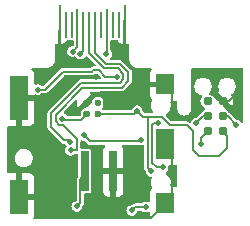
<source format=gtl>
G04 #@! TF.GenerationSoftware,KiCad,Pcbnew,8.0.1-8.0.1-0~ubuntu20.04.1*
G04 #@! TF.CreationDate,2024-06-12T16:16:25+01:00*
G04 #@! TF.ProjectId,smolpad,736d6f6c-7061-4642-9e6b-696361645f70,rev?*
G04 #@! TF.SameCoordinates,Original*
G04 #@! TF.FileFunction,Copper,L1,Top*
G04 #@! TF.FilePolarity,Positive*
%FSLAX46Y46*%
G04 Gerber Fmt 4.6, Leading zero omitted, Abs format (unit mm)*
G04 Created by KiCad (PCBNEW 8.0.1-8.0.1-0~ubuntu20.04.1) date 2024-06-12 16:16:25*
%MOMM*%
%LPD*%
G01*
G04 APERTURE LIST*
G04 #@! TA.AperFunction,SMDPad,CuDef*
%ADD10R,0.250000X2.800000*%
G04 #@! TD*
G04 #@! TA.AperFunction,SMDPad,CuDef*
%ADD11R,0.250000X2.250000*%
G04 #@! TD*
G04 #@! TA.AperFunction,SMDPad,CuDef*
%ADD12R,0.250000X2.450000*%
G04 #@! TD*
G04 #@! TA.AperFunction,SMDPad,CuDef*
%ADD13R,0.700000X3.400000*%
G04 #@! TD*
G04 #@! TA.AperFunction,SMDPad,CuDef*
%ADD14R,1.600000X3.800000*%
G04 #@! TD*
G04 #@! TA.AperFunction,SMDPad,CuDef*
%ADD15R,1.600000X3.000000*%
G04 #@! TD*
G04 #@! TA.AperFunction,SMDPad,CuDef*
%ADD16R,1.600000X1.800000*%
G04 #@! TD*
G04 #@! TA.AperFunction,SMDPad,CuDef*
%ADD17R,1.600000X2.600000*%
G04 #@! TD*
G04 #@! TA.AperFunction,ConnectorPad*
%ADD18C,0.787400*%
G04 #@! TD*
G04 #@! TA.AperFunction,ViaPad*
%ADD19C,0.500000*%
G04 #@! TD*
G04 #@! TA.AperFunction,ViaPad*
%ADD20C,0.600000*%
G04 #@! TD*
G04 #@! TA.AperFunction,Conductor*
%ADD21C,0.200000*%
G04 #@! TD*
G04 APERTURE END LIST*
G04 #@! TA.AperFunction,SMDPad,CuDef*
G36*
G01*
X39250000Y-37612500D02*
X39250000Y-37337500D01*
G75*
G02*
X39387500Y-37200000I137500J0D01*
G01*
X39662500Y-37200000D01*
G75*
G02*
X39800000Y-37337500I0J-137500D01*
G01*
X39800000Y-37612500D01*
G75*
G02*
X39662500Y-37750000I-137500J0D01*
G01*
X39387500Y-37750000D01*
G75*
G02*
X39250000Y-37612500I0J137500D01*
G01*
G37*
G04 #@! TD.AperFunction*
G04 #@! TA.AperFunction,SMDPad,CuDef*
G36*
G01*
X40200000Y-37612500D02*
X40200000Y-37337500D01*
G75*
G02*
X40337500Y-37200000I137500J0D01*
G01*
X40612500Y-37200000D01*
G75*
G02*
X40750000Y-37337500I0J-137500D01*
G01*
X40750000Y-37612500D01*
G75*
G02*
X40612500Y-37750000I-137500J0D01*
G01*
X40337500Y-37750000D01*
G75*
G02*
X40200000Y-37612500I0J137500D01*
G01*
G37*
G04 #@! TD.AperFunction*
G04 #@! TA.AperFunction,SMDPad,CuDef*
G36*
G01*
X40200000Y-36662500D02*
X40200000Y-36387500D01*
G75*
G02*
X40337500Y-36250000I137500J0D01*
G01*
X40612500Y-36250000D01*
G75*
G02*
X40750000Y-36387500I0J-137500D01*
G01*
X40750000Y-36662500D01*
G75*
G02*
X40612500Y-36800000I-137500J0D01*
G01*
X40337500Y-36800000D01*
G75*
G02*
X40200000Y-36662500I0J137500D01*
G01*
G37*
G04 #@! TD.AperFunction*
G04 #@! TA.AperFunction,SMDPad,CuDef*
G36*
G01*
X39250000Y-36662500D02*
X39250000Y-36387500D01*
G75*
G02*
X39387500Y-36250000I137500J0D01*
G01*
X39662500Y-36250000D01*
G75*
G02*
X39800000Y-36387500I0J-137500D01*
G01*
X39800000Y-36662500D01*
G75*
G02*
X39662500Y-36800000I-137500J0D01*
G01*
X39387500Y-36800000D01*
G75*
G02*
X39250000Y-36662500I0J137500D01*
G01*
G37*
G04 #@! TD.AperFunction*
D10*
X37250000Y-29625000D03*
D11*
X37750000Y-29900000D03*
X38250000Y-29900000D03*
D12*
X38750000Y-29800000D03*
D11*
X39250000Y-29900000D03*
X39750000Y-29900000D03*
X40250000Y-29900000D03*
X40750000Y-29900000D03*
D12*
X41250000Y-29800000D03*
D11*
X41750000Y-29900000D03*
X42250000Y-29900000D03*
D10*
X42750000Y-29625000D03*
D13*
X39350000Y-42300000D03*
X41800000Y-42300000D03*
D14*
X33800000Y-36100000D03*
D15*
X33800000Y-44500000D03*
D16*
X46200000Y-34975000D03*
D17*
X46200000Y-40000000D03*
D16*
X46200000Y-45025000D03*
D18*
X51035000Y-38940000D03*
X49765000Y-38940000D03*
X51035000Y-37670000D03*
X49765000Y-37670000D03*
X51035000Y-36400000D03*
X49765000Y-36400000D03*
D19*
X41800000Y-36400000D03*
X40323397Y-34300000D03*
X38400000Y-37400000D03*
X35900000Y-36300000D03*
D20*
X35300000Y-46100000D03*
D19*
X36100000Y-34300000D03*
X44400000Y-35200000D03*
X42869787Y-46150000D03*
X44540990Y-45350000D03*
X43351719Y-45643462D03*
X45000000Y-42325000D03*
X43800000Y-37200000D03*
X48800000Y-38252538D03*
X49200000Y-40000000D03*
X52200000Y-38400000D03*
X39307193Y-39292807D03*
X44150000Y-39650000D03*
X41200000Y-32400000D03*
X38333452Y-32186186D03*
X38165092Y-40537780D03*
X38150000Y-39838909D03*
X39000000Y-32400000D03*
X45600000Y-38249998D03*
X46000000Y-42000000D03*
X42100000Y-34300000D03*
X35400000Y-35400000D03*
X37450000Y-37860000D03*
X38700000Y-45300000D03*
D21*
X52261300Y-35730475D02*
X52261300Y-34661300D01*
X51591775Y-36400000D02*
X52261300Y-35730475D01*
X52261300Y-34661300D02*
X51800000Y-34200000D01*
X46200000Y-40000000D02*
X46750000Y-40550000D01*
X45031538Y-46193462D02*
X42493462Y-46193462D01*
X51035000Y-36400000D02*
X51591775Y-36400000D01*
X46750000Y-44475000D02*
X46200000Y-45025000D01*
X48103386Y-37702538D02*
X47402538Y-37702538D01*
X51800000Y-34200000D02*
X48600000Y-34200000D01*
X46750000Y-35525000D02*
X46200000Y-34975000D01*
X42493462Y-46193462D02*
X42000000Y-45700000D01*
X48509703Y-37296221D02*
X48103386Y-37702538D01*
X47402538Y-37702538D02*
X46750000Y-37050000D01*
X46750000Y-37050000D02*
X46750000Y-35525000D01*
X48600000Y-34200000D02*
X48509703Y-34290297D01*
X46200000Y-45025000D02*
X45031538Y-46193462D01*
X46750000Y-40550000D02*
X46750000Y-44475000D01*
X48509703Y-34290297D02*
X48509703Y-37296221D01*
X43525000Y-37475000D02*
X43800000Y-37200000D01*
X51035000Y-38940000D02*
X51428699Y-39333699D01*
X44299998Y-37699998D02*
X43800000Y-37200000D01*
X43351719Y-45643462D02*
X43645181Y-45350000D01*
X44700000Y-37774998D02*
X44700000Y-42025000D01*
X40475000Y-37475000D02*
X43525000Y-37475000D01*
X44700000Y-42025000D02*
X45000000Y-42325000D01*
X49055300Y-41055300D02*
X48500000Y-40500000D01*
X48500000Y-38900000D02*
X48000000Y-38400000D01*
X45899998Y-37699998D02*
X44775000Y-37699998D01*
X48500000Y-40500000D02*
X48500000Y-38900000D01*
X51428699Y-40376736D02*
X50750135Y-41055300D01*
X43645181Y-45350000D02*
X44540990Y-45350000D01*
X44775000Y-37699998D02*
X44299998Y-37699998D01*
X46600000Y-38400000D02*
X45899998Y-37699998D01*
X51428699Y-39333699D02*
X51428699Y-40376736D01*
X44775000Y-37699998D02*
X44700000Y-37774998D01*
X48000000Y-38400000D02*
X46600000Y-38400000D01*
X50750135Y-41055300D02*
X49055300Y-41055300D01*
X49765000Y-37670000D02*
X49382538Y-37670000D01*
X49382538Y-37670000D02*
X48800000Y-38252538D01*
X49200000Y-39505000D02*
X49765000Y-38940000D01*
X49200000Y-40000000D02*
X49200000Y-39505000D01*
X39307193Y-39292807D02*
X39814386Y-39800000D01*
X51470000Y-37670000D02*
X52200000Y-38400000D01*
X39814386Y-39800000D02*
X44000000Y-39800000D01*
X44000000Y-39800000D02*
X44150000Y-39650000D01*
X51035000Y-37670000D02*
X51470000Y-37670000D01*
X41250000Y-32350000D02*
X41250000Y-29800000D01*
X38750000Y-31769638D02*
X38333452Y-32186186D01*
X41200000Y-32400000D02*
X41250000Y-32350000D01*
X38750000Y-29800000D02*
X38750000Y-31769638D01*
X41165686Y-33200000D02*
X40250000Y-32284314D01*
X36900000Y-37565686D02*
X39165686Y-35300000D01*
X38700000Y-39600000D02*
X37510000Y-38410000D01*
X39165686Y-35300000D02*
X40500000Y-35300000D01*
X38165092Y-40537780D02*
X38659687Y-40537780D01*
X36900000Y-38087818D02*
X36900000Y-37565686D01*
X40550000Y-35250000D02*
X42493503Y-35250000D01*
X38659687Y-40537780D02*
X38700000Y-40497467D01*
X38700000Y-40497467D02*
X38700000Y-39600000D01*
X40250000Y-32284314D02*
X40250000Y-29900000D01*
X42343504Y-33200000D02*
X41165686Y-33200000D01*
X43050000Y-34693504D02*
X43050000Y-33906497D01*
X37222182Y-38410000D02*
X36900000Y-38087818D01*
X37510000Y-38410000D02*
X37222182Y-38410000D01*
X40500000Y-35300000D02*
X40550000Y-35250000D01*
X43050000Y-33906497D02*
X42343504Y-33200000D01*
X42493503Y-35250000D02*
X43050000Y-34693504D01*
X39050000Y-34850000D02*
X42327818Y-34850000D01*
X42177818Y-33600000D02*
X41000000Y-33600000D01*
X41000000Y-33600000D02*
X39750000Y-32350000D01*
X36500000Y-38565686D02*
X36500000Y-37400000D01*
X39750000Y-32350000D02*
X39750000Y-29900000D01*
X42650000Y-34527818D02*
X42650000Y-34072182D01*
X37650000Y-39715686D02*
X36500000Y-38565686D01*
X38026777Y-39715686D02*
X37650000Y-39715686D01*
X38150000Y-39838909D02*
X38026777Y-39715686D01*
X42327818Y-34850000D02*
X42650000Y-34527818D01*
X36500000Y-37400000D02*
X39050000Y-34850000D01*
X42650000Y-34072182D02*
X42177818Y-33600000D01*
X39250000Y-29900000D02*
X39250000Y-32150000D01*
X39250000Y-32150000D02*
X39000000Y-32400000D01*
X45100000Y-38400000D02*
X45100000Y-41600000D01*
X45100000Y-41600000D02*
X45500000Y-42000000D01*
X45600000Y-38249998D02*
X45250002Y-38249998D01*
X45250002Y-38249998D02*
X45100000Y-38400000D01*
X45500000Y-42000000D02*
X46000000Y-42000000D01*
X39945579Y-33900000D02*
X37500000Y-33900000D01*
X42100000Y-34300000D02*
X41100000Y-34300000D01*
X41100000Y-34300000D02*
X40550000Y-33750000D01*
X40550000Y-33750000D02*
X40095579Y-33750000D01*
X37500000Y-33900000D02*
X36000000Y-35400000D01*
X36000000Y-35400000D02*
X35400000Y-35400000D01*
X40095579Y-33750000D02*
X39945579Y-33900000D01*
X39050000Y-37950000D02*
X39525000Y-37475000D01*
X37450000Y-37860000D02*
X37540000Y-37950000D01*
X37540000Y-37950000D02*
X39050000Y-37950000D01*
X39000000Y-43000000D02*
X39350000Y-42650000D01*
X39350000Y-42650000D02*
X39350000Y-42300000D01*
X38700000Y-45300000D02*
X39000000Y-45000000D01*
X39000000Y-45000000D02*
X39000000Y-43000000D01*
G04 #@! TA.AperFunction,Conductor*
G36*
X40442712Y-34069407D02*
G01*
X40454525Y-34079496D01*
X40755525Y-34380496D01*
X40783302Y-34435013D01*
X40773731Y-34495445D01*
X40730466Y-34538710D01*
X40685521Y-34549500D01*
X39089562Y-34549500D01*
X39010438Y-34549500D01*
X38963661Y-34562033D01*
X38934007Y-34569979D01*
X38865493Y-34609536D01*
X36315489Y-37159540D01*
X36315488Y-37159539D01*
X36259539Y-37215489D01*
X36219980Y-37284007D01*
X36219978Y-37284011D01*
X36199500Y-37360435D01*
X36199500Y-38605250D01*
X36219977Y-38681671D01*
X36219978Y-38681673D01*
X36219979Y-38681675D01*
X36255943Y-38743967D01*
X36259540Y-38750197D01*
X37465489Y-39956146D01*
X37465491Y-39956147D01*
X37465492Y-39956148D01*
X37465493Y-39956149D01*
X37534008Y-39995706D01*
X37534006Y-39995706D01*
X37534010Y-39995707D01*
X37534012Y-39995708D01*
X37610438Y-40016186D01*
X37672081Y-40016186D01*
X37730272Y-40035093D01*
X37762134Y-40074059D01*
X37767118Y-40084972D01*
X37808060Y-40132223D01*
X37831877Y-40188582D01*
X37818018Y-40248177D01*
X37808060Y-40261883D01*
X37782210Y-40291716D01*
X37728394Y-40409554D01*
X37709959Y-40537777D01*
X37709959Y-40537782D01*
X37728394Y-40666005D01*
X37767249Y-40751083D01*
X37782210Y-40783843D01*
X37831609Y-40840853D01*
X37867044Y-40881748D01*
X37953454Y-40937280D01*
X37976023Y-40951784D01*
X38100320Y-40988280D01*
X38100322Y-40988280D01*
X38229862Y-40988280D01*
X38229864Y-40988280D01*
X38354161Y-40951784D01*
X38463141Y-40881747D01*
X38471197Y-40872450D01*
X38523592Y-40840853D01*
X38546017Y-40838280D01*
X38700500Y-40838280D01*
X38758691Y-40857187D01*
X38794655Y-40906687D01*
X38799500Y-40937280D01*
X38799500Y-42734521D01*
X38780593Y-42792712D01*
X38770506Y-42804522D01*
X38759540Y-42815488D01*
X38719980Y-42884007D01*
X38719978Y-42884011D01*
X38699500Y-42960435D01*
X38699500Y-44756517D01*
X38680593Y-44814708D01*
X38631093Y-44850672D01*
X38628391Y-44851507D01*
X38510933Y-44885995D01*
X38510926Y-44885998D01*
X38401952Y-44956031D01*
X38317117Y-45053938D01*
X38263302Y-45171774D01*
X38244867Y-45299997D01*
X38244867Y-45300002D01*
X38263302Y-45428225D01*
X38317117Y-45546061D01*
X38317118Y-45546063D01*
X38401515Y-45643464D01*
X38401952Y-45643968D01*
X38510926Y-45714001D01*
X38510931Y-45714004D01*
X38635228Y-45750500D01*
X38635230Y-45750500D01*
X38764770Y-45750500D01*
X38764772Y-45750500D01*
X38889069Y-45714004D01*
X38998049Y-45643967D01*
X39082882Y-45546063D01*
X39136697Y-45428226D01*
X39155133Y-45300000D01*
X39155133Y-45299997D01*
X39155508Y-45297388D01*
X39182503Y-45242480D01*
X39183401Y-45241568D01*
X39240460Y-45184511D01*
X39251442Y-45165489D01*
X39280021Y-45115989D01*
X39300500Y-45039562D01*
X39300500Y-44299500D01*
X39319407Y-44241309D01*
X39368907Y-44205345D01*
X39399500Y-44200500D01*
X39719747Y-44200500D01*
X39719748Y-44200500D01*
X39778231Y-44188867D01*
X39844552Y-44144552D01*
X39888867Y-44078231D01*
X39894915Y-44047824D01*
X40949999Y-44047824D01*
X40956401Y-44107370D01*
X40956403Y-44107381D01*
X41006646Y-44242088D01*
X41006647Y-44242090D01*
X41092807Y-44357184D01*
X41092815Y-44357192D01*
X41207909Y-44443352D01*
X41207911Y-44443353D01*
X41342618Y-44493596D01*
X41342629Y-44493598D01*
X41402176Y-44500000D01*
X41549999Y-44500000D01*
X41550000Y-44499999D01*
X42050000Y-44499999D01*
X42050001Y-44500000D01*
X42197824Y-44500000D01*
X42257370Y-44493598D01*
X42257381Y-44493596D01*
X42392088Y-44443353D01*
X42392090Y-44443352D01*
X42507184Y-44357192D01*
X42507192Y-44357184D01*
X42593352Y-44242090D01*
X42593353Y-44242088D01*
X42643596Y-44107381D01*
X42643598Y-44107370D01*
X42650000Y-44047824D01*
X42650000Y-42550001D01*
X42649999Y-42550000D01*
X42050001Y-42550000D01*
X42050000Y-42550001D01*
X42050000Y-44499999D01*
X41550000Y-44499999D01*
X41550000Y-42550001D01*
X41549999Y-42550000D01*
X40950001Y-42550000D01*
X40950000Y-42550001D01*
X40950000Y-44047824D01*
X40949999Y-44047824D01*
X39894915Y-44047824D01*
X39900500Y-44019748D01*
X39900500Y-40580252D01*
X39888867Y-40521769D01*
X39844552Y-40455448D01*
X39837147Y-40450500D01*
X39778233Y-40411134D01*
X39778231Y-40411133D01*
X39778228Y-40411132D01*
X39778227Y-40411132D01*
X39719758Y-40399501D01*
X39719748Y-40399500D01*
X39719747Y-40399500D01*
X39099500Y-40399500D01*
X39041309Y-40380593D01*
X39005345Y-40331093D01*
X39000500Y-40300500D01*
X39000500Y-39804521D01*
X39019407Y-39746330D01*
X39068907Y-39710366D01*
X39127387Y-39709531D01*
X39242421Y-39743307D01*
X39291714Y-39743307D01*
X39349905Y-39762214D01*
X39361718Y-39772303D01*
X39573926Y-39984511D01*
X39573925Y-39984511D01*
X39629875Y-40040460D01*
X39698393Y-40080019D01*
X39698397Y-40080021D01*
X39774821Y-40100499D01*
X39774823Y-40100500D01*
X41001567Y-40100500D01*
X41059758Y-40119407D01*
X41095722Y-40168907D01*
X41095722Y-40230093D01*
X41080820Y-40258830D01*
X41006645Y-40357912D01*
X40956403Y-40492618D01*
X40956401Y-40492629D01*
X40950000Y-40552175D01*
X40950000Y-42049999D01*
X40950001Y-42050000D01*
X42649999Y-42050000D01*
X42650000Y-42049999D01*
X42650000Y-40552175D01*
X42643598Y-40492629D01*
X42643596Y-40492618D01*
X42593354Y-40357912D01*
X42519180Y-40258830D01*
X42499443Y-40200915D01*
X42517517Y-40142460D01*
X42566498Y-40105792D01*
X42598433Y-40100500D01*
X44039564Y-40100500D01*
X44045998Y-40099653D01*
X44046230Y-40101415D01*
X44077887Y-40101792D01*
X44078218Y-40099492D01*
X44085226Y-40100499D01*
X44085228Y-40100500D01*
X44085230Y-40100500D01*
X44214770Y-40100500D01*
X44214772Y-40100500D01*
X44272611Y-40083517D01*
X44333768Y-40085264D01*
X44382221Y-40122626D01*
X44399500Y-40178507D01*
X44399500Y-42064564D01*
X44419977Y-42140985D01*
X44419977Y-42140986D01*
X44419979Y-42140989D01*
X44452186Y-42196774D01*
X44459540Y-42209511D01*
X44459541Y-42209512D01*
X44516503Y-42266474D01*
X44544280Y-42320991D01*
X44544491Y-42322389D01*
X44563302Y-42453225D01*
X44587540Y-42506297D01*
X44617118Y-42571063D01*
X44641652Y-42599377D01*
X44701952Y-42668968D01*
X44777996Y-42717838D01*
X44810931Y-42739004D01*
X44935228Y-42775500D01*
X44935232Y-42775500D01*
X44942235Y-42776507D01*
X44941914Y-42778738D01*
X44990139Y-42794407D01*
X45026103Y-42843907D01*
X45026103Y-42905093D01*
X45023412Y-42912386D01*
X44982185Y-43011914D01*
X44982183Y-43011920D01*
X44949500Y-43176230D01*
X44949500Y-43343769D01*
X44982183Y-43508079D01*
X44982185Y-43508085D01*
X45046297Y-43662864D01*
X45047875Y-43665816D01*
X45048143Y-43667321D01*
X45048158Y-43667356D01*
X45048150Y-43667359D01*
X45058629Y-43726049D01*
X45039816Y-43771810D01*
X44956647Y-43882909D01*
X44956646Y-43882911D01*
X44906403Y-44017618D01*
X44906401Y-44017629D01*
X44900000Y-44077175D01*
X44900000Y-44863905D01*
X44881093Y-44922096D01*
X44831593Y-44958060D01*
X44770407Y-44958060D01*
X44747478Y-44947190D01*
X44730062Y-44935997D01*
X44730056Y-44935995D01*
X44605764Y-44899500D01*
X44605762Y-44899500D01*
X44476218Y-44899500D01*
X44476215Y-44899500D01*
X44351923Y-44935995D01*
X44351916Y-44935998D01*
X44242941Y-45006032D01*
X44242940Y-45006033D01*
X44234885Y-45015330D01*
X44182490Y-45046927D01*
X44160065Y-45049500D01*
X43605616Y-45049500D01*
X43529193Y-45069978D01*
X43470375Y-45103937D01*
X43470374Y-45103937D01*
X43460672Y-45109538D01*
X43460670Y-45109539D01*
X43406243Y-45163966D01*
X43351726Y-45191743D01*
X43336240Y-45192962D01*
X43286944Y-45192962D01*
X43162652Y-45229457D01*
X43162645Y-45229460D01*
X43053671Y-45299493D01*
X42968836Y-45397400D01*
X42915021Y-45515236D01*
X42896586Y-45643459D01*
X42896586Y-45643464D01*
X42915021Y-45771687D01*
X42967927Y-45887532D01*
X42968837Y-45889525D01*
X43041015Y-45972824D01*
X43053671Y-45987430D01*
X43162645Y-46057463D01*
X43162650Y-46057466D01*
X43286947Y-46093962D01*
X43286949Y-46093962D01*
X43416489Y-46093962D01*
X43416491Y-46093962D01*
X43540788Y-46057466D01*
X43649768Y-45987429D01*
X43734601Y-45889525D01*
X43788416Y-45771688D01*
X43793631Y-45735410D01*
X43820627Y-45680504D01*
X43874741Y-45651950D01*
X43891624Y-45650500D01*
X44160065Y-45650500D01*
X44218256Y-45669407D01*
X44234885Y-45684670D01*
X44242940Y-45693966D01*
X44242941Y-45693967D01*
X44330906Y-45750499D01*
X44351921Y-45764004D01*
X44476218Y-45800500D01*
X44476220Y-45800500D01*
X44605760Y-45800500D01*
X44605762Y-45800500D01*
X44730059Y-45764004D01*
X44747476Y-45752810D01*
X44806650Y-45737255D01*
X44863667Y-45759453D01*
X44896747Y-45810925D01*
X44900000Y-45836094D01*
X44900000Y-45972824D01*
X44899999Y-45972824D01*
X44906401Y-46032370D01*
X44906403Y-46032381D01*
X44956646Y-46167088D01*
X44956647Y-46167090D01*
X45012104Y-46241171D01*
X45031841Y-46299086D01*
X45013767Y-46357541D01*
X44964786Y-46394208D01*
X44932851Y-46399500D01*
X35123294Y-46399500D01*
X35065103Y-46380593D01*
X35029139Y-46331093D01*
X35029139Y-46269907D01*
X35040256Y-46248468D01*
X35039959Y-46248306D01*
X35043353Y-46242088D01*
X35093596Y-46107381D01*
X35093598Y-46107370D01*
X35100000Y-46047824D01*
X35100000Y-44750001D01*
X35099999Y-44750000D01*
X33649000Y-44750000D01*
X33590809Y-44731093D01*
X33554845Y-44681593D01*
X33550000Y-44651000D01*
X33550000Y-44249999D01*
X34050000Y-44249999D01*
X34050001Y-44250000D01*
X35099999Y-44250000D01*
X35100000Y-44249999D01*
X35100000Y-42952175D01*
X35093598Y-42892629D01*
X35093596Y-42892618D01*
X35043353Y-42757911D01*
X35043352Y-42757909D01*
X34957192Y-42642815D01*
X34957184Y-42642807D01*
X34842090Y-42556647D01*
X34842088Y-42556646D01*
X34707381Y-42506403D01*
X34707370Y-42506401D01*
X34647824Y-42500000D01*
X34050001Y-42500000D01*
X34050000Y-42500001D01*
X34050000Y-44249999D01*
X33550000Y-44249999D01*
X33550000Y-42500001D01*
X33549999Y-42500000D01*
X32952173Y-42500000D01*
X32910081Y-42504525D01*
X32850203Y-42491945D01*
X32809155Y-42446573D01*
X32800500Y-42406092D01*
X32800500Y-41276382D01*
X33424500Y-41276382D01*
X33454302Y-41426204D01*
X33454302Y-41426206D01*
X33512759Y-41567334D01*
X33512759Y-41567335D01*
X33555049Y-41630626D01*
X33597630Y-41694352D01*
X33705648Y-41802370D01*
X33832663Y-41887239D01*
X33973795Y-41945698D01*
X34123620Y-41975500D01*
X34123621Y-41975500D01*
X34276379Y-41975500D01*
X34276380Y-41975500D01*
X34426205Y-41945698D01*
X34567337Y-41887239D01*
X34694352Y-41802370D01*
X34802370Y-41694352D01*
X34887239Y-41567337D01*
X34945698Y-41426205D01*
X34975500Y-41276380D01*
X34975500Y-41123620D01*
X34945698Y-40973795D01*
X34897397Y-40857187D01*
X34887240Y-40832665D01*
X34887240Y-40832664D01*
X34835212Y-40754800D01*
X34802370Y-40705648D01*
X34694352Y-40597630D01*
X34567337Y-40512761D01*
X34567336Y-40512760D01*
X34567334Y-40512759D01*
X34426205Y-40454302D01*
X34276382Y-40424500D01*
X34276380Y-40424500D01*
X34123620Y-40424500D01*
X34123617Y-40424500D01*
X33973795Y-40454302D01*
X33973793Y-40454302D01*
X33832665Y-40512759D01*
X33705648Y-40597630D01*
X33705644Y-40597633D01*
X33597633Y-40705644D01*
X33597630Y-40705648D01*
X33512759Y-40832664D01*
X33512759Y-40832665D01*
X33454302Y-40973793D01*
X33454302Y-40973795D01*
X33424500Y-41123617D01*
X33424500Y-41276382D01*
X32800500Y-41276382D01*
X32800500Y-38593907D01*
X32819407Y-38535716D01*
X32868907Y-38499752D01*
X32910084Y-38495474D01*
X32952178Y-38500000D01*
X33549999Y-38500000D01*
X33550000Y-38499999D01*
X34050000Y-38499999D01*
X34050001Y-38500000D01*
X34647824Y-38500000D01*
X34707370Y-38493598D01*
X34707381Y-38493596D01*
X34842088Y-38443353D01*
X34842090Y-38443352D01*
X34957184Y-38357192D01*
X34957192Y-38357184D01*
X35043352Y-38242090D01*
X35043353Y-38242088D01*
X35093596Y-38107381D01*
X35093598Y-38107370D01*
X35100000Y-38047824D01*
X35100000Y-36350001D01*
X35099999Y-36350000D01*
X34050001Y-36350000D01*
X34050000Y-36350001D01*
X34050000Y-38499999D01*
X33550000Y-38499999D01*
X33550000Y-35949000D01*
X33568907Y-35890809D01*
X33618407Y-35854845D01*
X33649000Y-35850000D01*
X35099999Y-35850000D01*
X35111469Y-35838530D01*
X35165985Y-35810752D01*
X35209365Y-35813543D01*
X35210927Y-35814001D01*
X35210931Y-35814004D01*
X35335228Y-35850500D01*
X35335230Y-35850500D01*
X35464770Y-35850500D01*
X35464772Y-35850500D01*
X35589069Y-35814004D01*
X35698049Y-35743967D01*
X35706105Y-35734670D01*
X35758500Y-35703073D01*
X35780925Y-35700500D01*
X36039563Y-35700500D01*
X36039563Y-35700499D01*
X36115989Y-35680021D01*
X36184511Y-35640460D01*
X36240460Y-35584511D01*
X37595475Y-34229496D01*
X37649992Y-34201719D01*
X37665479Y-34200500D01*
X39985142Y-34200500D01*
X39985142Y-34200499D01*
X40061568Y-34180021D01*
X40130090Y-34140460D01*
X40186039Y-34084511D01*
X40191054Y-34079496D01*
X40245571Y-34051719D01*
X40261058Y-34050500D01*
X40384521Y-34050500D01*
X40442712Y-34069407D01*
G37*
G04 #@! TD.AperFunction*
G04 #@! TA.AperFunction,Conductor*
G36*
X47149795Y-41808052D02*
G01*
X47190845Y-41853424D01*
X47199500Y-41893907D01*
X47199500Y-43531092D01*
X47180593Y-43589283D01*
X47131093Y-43625247D01*
X47089919Y-43629525D01*
X47047826Y-43625000D01*
X46715191Y-43625000D01*
X46657000Y-43606093D01*
X46621036Y-43556593D01*
X46618093Y-43506688D01*
X46650500Y-43343767D01*
X46650500Y-43176233D01*
X46617816Y-43011918D01*
X46553703Y-42857137D01*
X46460626Y-42717838D01*
X46342162Y-42599374D01*
X46278215Y-42556646D01*
X46251298Y-42538660D01*
X46213419Y-42490610D01*
X46211017Y-42429472D01*
X46245010Y-42378598D01*
X46252766Y-42373068D01*
X46298049Y-42343967D01*
X46382882Y-42246063D01*
X46436697Y-42128226D01*
X46445850Y-42064564D01*
X46455133Y-42000002D01*
X46455133Y-41999996D01*
X46442638Y-41913089D01*
X46453071Y-41852799D01*
X46496950Y-41810157D01*
X46540630Y-41800000D01*
X47047822Y-41800000D01*
X47089916Y-41795474D01*
X47149795Y-41808052D01*
G37*
G04 #@! TD.AperFunction*
G04 #@! TA.AperFunction,Conductor*
G36*
X52758691Y-33619407D02*
G01*
X52794655Y-33668907D01*
X52799500Y-33699500D01*
X52799500Y-38173167D01*
X52780593Y-38231358D01*
X52731093Y-38267322D01*
X52669907Y-38267322D01*
X52620407Y-38231358D01*
X52610447Y-38214294D01*
X52591026Y-38171769D01*
X52582882Y-38153937D01*
X52498049Y-38056033D01*
X52498048Y-38056032D01*
X52498047Y-38056031D01*
X52389073Y-37985998D01*
X52389070Y-37985996D01*
X52389069Y-37985996D01*
X52368713Y-37980019D01*
X52264774Y-37949500D01*
X52264772Y-37949500D01*
X52215479Y-37949500D01*
X52157288Y-37930593D01*
X52145475Y-37920504D01*
X51901738Y-37676767D01*
X51654511Y-37429540D01*
X51654508Y-37429538D01*
X51654507Y-37429537D01*
X51637949Y-37419978D01*
X51637949Y-37419977D01*
X51637945Y-37419976D01*
X51604430Y-37400626D01*
X51585990Y-37389979D01*
X51585745Y-37389878D01*
X51585534Y-37389716D01*
X51580369Y-37386734D01*
X51580761Y-37386054D01*
X51545087Y-37358680D01*
X51533537Y-37343628D01*
X51483431Y-37278328D01*
X51463008Y-37220653D01*
X51464632Y-37200019D01*
X51467264Y-37185818D01*
X51063996Y-36782549D01*
X51036219Y-36728033D01*
X51035000Y-36712546D01*
X51035000Y-36400001D01*
X51035000Y-36400000D01*
X51034999Y-36400000D01*
X50722454Y-36400000D01*
X50664263Y-36381093D01*
X50652451Y-36371004D01*
X50251355Y-35969909D01*
X50231595Y-35972511D01*
X50171434Y-35961360D01*
X50158414Y-35952905D01*
X50064664Y-35880968D01*
X50064663Y-35880967D01*
X49935033Y-35827273D01*
X49888508Y-35787536D01*
X49874224Y-35728041D01*
X49897639Y-35671514D01*
X49902916Y-35665805D01*
X49954541Y-35614180D01*
X50602733Y-35614180D01*
X51034999Y-36046447D01*
X51818642Y-36830089D01*
X51818643Y-36830089D01*
X51855931Y-36765505D01*
X51913985Y-36586834D01*
X51933622Y-36400000D01*
X51913985Y-36213165D01*
X51855930Y-36034492D01*
X51855930Y-36034491D01*
X51776688Y-35897242D01*
X51763966Y-35837393D01*
X51788852Y-35781498D01*
X51807416Y-35765430D01*
X51891420Y-35709301D01*
X51995301Y-35605420D01*
X52076920Y-35483269D01*
X52133140Y-35347542D01*
X52161800Y-35203455D01*
X52161800Y-35056545D01*
X52133140Y-34912458D01*
X52105030Y-34844594D01*
X52076921Y-34776733D01*
X52076921Y-34776732D01*
X52042354Y-34725000D01*
X51995301Y-34654580D01*
X51891420Y-34550699D01*
X51769269Y-34469080D01*
X51769268Y-34469079D01*
X51769266Y-34469078D01*
X51633542Y-34412860D01*
X51489457Y-34384200D01*
X51489455Y-34384200D01*
X51342545Y-34384200D01*
X51342542Y-34384200D01*
X51198458Y-34412860D01*
X51198456Y-34412860D01*
X51062733Y-34469078D01*
X51062732Y-34469078D01*
X50940580Y-34550699D01*
X50940576Y-34550702D01*
X50836702Y-34654576D01*
X50836699Y-34654580D01*
X50755078Y-34776732D01*
X50755078Y-34776733D01*
X50698860Y-34912456D01*
X50698860Y-34912458D01*
X50670200Y-35056542D01*
X50670200Y-35203457D01*
X50698860Y-35347541D01*
X50698860Y-35347543D01*
X50740234Y-35447429D01*
X50745035Y-35508426D01*
X50713065Y-35560595D01*
X50689037Y-35575755D01*
X50602733Y-35614179D01*
X50602733Y-35614180D01*
X49954541Y-35614180D01*
X49963293Y-35605428D01*
X49963301Y-35605420D01*
X50044920Y-35483269D01*
X50101140Y-35347542D01*
X50129800Y-35203455D01*
X50129800Y-35056545D01*
X50101140Y-34912458D01*
X50073030Y-34844594D01*
X50044921Y-34776733D01*
X50044921Y-34776732D01*
X50010354Y-34725000D01*
X49963301Y-34654580D01*
X49859420Y-34550699D01*
X49737269Y-34469080D01*
X49737268Y-34469079D01*
X49737266Y-34469078D01*
X49601542Y-34412860D01*
X49457457Y-34384200D01*
X49457455Y-34384200D01*
X49310545Y-34384200D01*
X49310542Y-34384200D01*
X49166458Y-34412860D01*
X49166456Y-34412860D01*
X49030733Y-34469078D01*
X49030732Y-34469078D01*
X48908580Y-34550699D01*
X48908576Y-34550702D01*
X48804702Y-34654576D01*
X48804699Y-34654580D01*
X48723078Y-34776732D01*
X48723078Y-34776733D01*
X48666860Y-34912456D01*
X48666860Y-34912458D01*
X48638200Y-35056542D01*
X48638200Y-35203457D01*
X48666860Y-35347541D01*
X48666860Y-35347543D01*
X48723078Y-35483266D01*
X48723078Y-35483267D01*
X48739889Y-35508426D01*
X48804699Y-35605420D01*
X48908580Y-35709301D01*
X49030731Y-35790920D01*
X49030732Y-35790920D01*
X49030733Y-35790921D01*
X49036952Y-35793497D01*
X49166458Y-35847140D01*
X49247851Y-35863329D01*
X49301234Y-35893225D01*
X49326851Y-35948790D01*
X49314915Y-36008800D01*
X49307080Y-36020694D01*
X49245965Y-36100341D01*
X49186095Y-36244882D01*
X49186094Y-36244882D01*
X49165673Y-36399999D01*
X49165673Y-36400000D01*
X49186094Y-36555117D01*
X49245966Y-36699660D01*
X49245968Y-36699664D01*
X49341212Y-36823788D01*
X49444374Y-36902947D01*
X49465335Y-36919031D01*
X49465336Y-36919032D01*
X49524494Y-36943536D01*
X49571019Y-36983273D01*
X49585303Y-37042768D01*
X49561888Y-37099296D01*
X49524494Y-37126464D01*
X49465338Y-37150967D01*
X49341217Y-37246207D01*
X49341207Y-37246217D01*
X49245968Y-37370335D01*
X49241664Y-37380726D01*
X49201924Y-37427250D01*
X49199709Y-37428567D01*
X49198034Y-37429533D01*
X49198027Y-37429539D01*
X48854524Y-37773042D01*
X48800008Y-37800819D01*
X48784521Y-37802038D01*
X48735225Y-37802038D01*
X48610933Y-37838533D01*
X48610926Y-37838536D01*
X48501952Y-37908569D01*
X48417117Y-38006476D01*
X48363300Y-38124316D01*
X48361731Y-38129661D01*
X48327193Y-38180166D01*
X48269565Y-38200725D01*
X48210859Y-38183484D01*
X48196744Y-38171773D01*
X48184511Y-38159540D01*
X48174808Y-38153938D01*
X48174806Y-38153936D01*
X48174806Y-38153937D01*
X48115989Y-38119979D01*
X48115988Y-38119978D01*
X48115987Y-38119978D01*
X48039564Y-38099500D01*
X48039562Y-38099500D01*
X46765479Y-38099500D01*
X46707288Y-38080593D01*
X46695475Y-38070504D01*
X46237695Y-37612724D01*
X46209918Y-37558207D01*
X46219489Y-37497775D01*
X46252697Y-37460405D01*
X46274264Y-37445994D01*
X46342162Y-37400626D01*
X46460626Y-37282162D01*
X46553703Y-37142863D01*
X46617816Y-36988082D01*
X46650500Y-36823767D01*
X46650500Y-36656233D01*
X46618093Y-36493311D01*
X46625285Y-36432553D01*
X46666817Y-36387623D01*
X46715191Y-36375000D01*
X47047822Y-36375000D01*
X47089916Y-36370474D01*
X47149795Y-36383052D01*
X47190845Y-36428424D01*
X47199500Y-36468907D01*
X47199500Y-37072916D01*
X47234398Y-37214502D01*
X47234398Y-37214503D01*
X47234399Y-37214504D01*
X47302169Y-37343628D01*
X47398870Y-37452782D01*
X47518884Y-37535621D01*
X47655236Y-37587332D01*
X47784324Y-37603006D01*
X47799999Y-37604910D01*
X47800000Y-37604910D01*
X47800001Y-37604910D01*
X47814144Y-37603192D01*
X47944764Y-37587332D01*
X48081116Y-37535621D01*
X48201130Y-37452782D01*
X48297831Y-37343628D01*
X48365601Y-37214504D01*
X48400500Y-37072914D01*
X48400500Y-37000000D01*
X48400500Y-36960118D01*
X48400500Y-33699500D01*
X48419407Y-33641309D01*
X48468907Y-33605345D01*
X48499500Y-33600500D01*
X52700500Y-33600500D01*
X52758691Y-33619407D01*
G37*
G04 #@! TD.AperFunction*
G04 #@! TA.AperFunction,Conductor*
G36*
X42803691Y-29518907D02*
G01*
X42839655Y-29568407D01*
X42844500Y-29599000D01*
X42844500Y-30281392D01*
X42870834Y-30396772D01*
X42870453Y-30396858D01*
X42875000Y-30423613D01*
X42875000Y-31524999D01*
X42875001Y-31525000D01*
X42922824Y-31525000D01*
X42982370Y-31518598D01*
X42982374Y-31518597D01*
X43010902Y-31507957D01*
X43072031Y-31505336D01*
X43123026Y-31539146D01*
X43144409Y-31596474D01*
X43144500Y-31600715D01*
X43144500Y-32878844D01*
X43175263Y-33033496D01*
X43175263Y-33033498D01*
X43235603Y-33179174D01*
X43235609Y-33179185D01*
X43288312Y-33258059D01*
X43323211Y-33310289D01*
X43434711Y-33421789D01*
X43506831Y-33469978D01*
X43565814Y-33509390D01*
X43565825Y-33509396D01*
X43566173Y-33509540D01*
X43711503Y-33569737D01*
X43866158Y-33600500D01*
X43905118Y-33600500D01*
X44932851Y-33600500D01*
X44991042Y-33619407D01*
X45027006Y-33668907D01*
X45027006Y-33730093D01*
X45012104Y-33758829D01*
X44956647Y-33832909D01*
X44956646Y-33832911D01*
X44906403Y-33967618D01*
X44906401Y-33967629D01*
X44900000Y-34027175D01*
X44900000Y-34724999D01*
X44900001Y-34725000D01*
X46351000Y-34725000D01*
X46409191Y-34743907D01*
X46445155Y-34793407D01*
X46450000Y-34824000D01*
X46450000Y-35126000D01*
X46431093Y-35184191D01*
X46381593Y-35220155D01*
X46351000Y-35225000D01*
X44900001Y-35225000D01*
X44900000Y-35225001D01*
X44900000Y-35922824D01*
X44899999Y-35922824D01*
X44906401Y-35982370D01*
X44906403Y-35982381D01*
X44956646Y-36117088D01*
X44956647Y-36117090D01*
X45039816Y-36228189D01*
X45059553Y-36286103D01*
X45047878Y-36334178D01*
X45046297Y-36337135D01*
X44982185Y-36491914D01*
X44982183Y-36491920D01*
X44949500Y-36656230D01*
X44949500Y-36823769D01*
X44982183Y-36988079D01*
X44982185Y-36988085D01*
X45046296Y-37142862D01*
X45057440Y-37159540D01*
X45114875Y-37245497D01*
X45131484Y-37304384D01*
X45110307Y-37361788D01*
X45059433Y-37395781D01*
X45032560Y-37399498D01*
X44465477Y-37399498D01*
X44407286Y-37380591D01*
X44395473Y-37370502D01*
X44283496Y-37258525D01*
X44255719Y-37204008D01*
X44255508Y-37202609D01*
X44236698Y-37071775D01*
X44206650Y-37005980D01*
X44182882Y-36953937D01*
X44098049Y-36856033D01*
X44098048Y-36856032D01*
X44098047Y-36856031D01*
X43989073Y-36785998D01*
X43989070Y-36785996D01*
X43989069Y-36785996D01*
X43989066Y-36785995D01*
X43864774Y-36749500D01*
X43864772Y-36749500D01*
X43735228Y-36749500D01*
X43735225Y-36749500D01*
X43610933Y-36785995D01*
X43610926Y-36785998D01*
X43501952Y-36856031D01*
X43417117Y-36953938D01*
X43363302Y-37071774D01*
X43360741Y-37089589D01*
X43333745Y-37144496D01*
X43279631Y-37173050D01*
X43262749Y-37174500D01*
X40968510Y-37174500D01*
X40910319Y-37155593D01*
X40898506Y-37145504D01*
X40893644Y-37140642D01*
X40893644Y-37140641D01*
X40823004Y-37070001D01*
X40795229Y-37015487D01*
X40804800Y-36955055D01*
X40823003Y-36929999D01*
X40893644Y-36859359D01*
X40944019Y-36751330D01*
X40950500Y-36702103D01*
X40950499Y-36347898D01*
X40944019Y-36298670D01*
X40893644Y-36190641D01*
X40809359Y-36106356D01*
X40809357Y-36106355D01*
X40809356Y-36106354D01*
X40701335Y-36055983D01*
X40701333Y-36055982D01*
X40701330Y-36055981D01*
X40652103Y-36049500D01*
X40652101Y-36049500D01*
X40297900Y-36049500D01*
X40297892Y-36049501D01*
X40248670Y-36055980D01*
X40140643Y-36106354D01*
X40056354Y-36190643D01*
X40005983Y-36298664D01*
X40005981Y-36298671D01*
X39999500Y-36347898D01*
X39999500Y-36363045D01*
X39980593Y-36421236D01*
X39970504Y-36433049D01*
X39525000Y-36878553D01*
X39524999Y-36878553D01*
X39433047Y-36970504D01*
X39378530Y-36998281D01*
X39363049Y-36999500D01*
X39347903Y-36999500D01*
X39347891Y-36999501D01*
X39298670Y-37005980D01*
X39190643Y-37056354D01*
X39106354Y-37140643D01*
X39055983Y-37248664D01*
X39055981Y-37248668D01*
X39055981Y-37248670D01*
X39051301Y-37284222D01*
X39049500Y-37297898D01*
X39049500Y-37484521D01*
X39030593Y-37542712D01*
X39020504Y-37554524D01*
X38954526Y-37620503D01*
X38900010Y-37648281D01*
X38884522Y-37649500D01*
X37908909Y-37649500D01*
X37850718Y-37630593D01*
X37834089Y-37615330D01*
X37748049Y-37516033D01*
X37748048Y-37516032D01*
X37639067Y-37445994D01*
X37635307Y-37444277D01*
X37590231Y-37402902D01*
X37578084Y-37342935D01*
X37603505Y-37287280D01*
X37606411Y-37284245D01*
X38580998Y-36309658D01*
X38635513Y-36281883D01*
X38695945Y-36291454D01*
X38739210Y-36334719D01*
X38750000Y-36379664D01*
X38750000Y-36726877D01*
X38752844Y-36763019D01*
X38752845Y-36763027D01*
X38793496Y-36902947D01*
X38793497Y-36902948D01*
X39525001Y-36171447D01*
X39902948Y-35793497D01*
X39902501Y-35791757D01*
X39856034Y-35760178D01*
X39835308Y-35702610D01*
X39852378Y-35643854D01*
X39900724Y-35606353D01*
X39934259Y-35600500D01*
X40539563Y-35600500D01*
X40539563Y-35600499D01*
X40615989Y-35580021D01*
X40626404Y-35574007D01*
X40644150Y-35563763D01*
X40693649Y-35550500D01*
X42533066Y-35550500D01*
X42533066Y-35550499D01*
X42609492Y-35530021D01*
X42678014Y-35490460D01*
X42733963Y-35434511D01*
X42733962Y-35434511D01*
X43290460Y-34878015D01*
X43329475Y-34810438D01*
X43330021Y-34809493D01*
X43350500Y-34733066D01*
X43350500Y-33866935D01*
X43330021Y-33790508D01*
X43323234Y-33778753D01*
X43290460Y-33721986D01*
X43234511Y-33666036D01*
X43234511Y-33666037D01*
X42528015Y-32959540D01*
X42528012Y-32959538D01*
X42459496Y-32919980D01*
X42459492Y-32919978D01*
X42383068Y-32899500D01*
X42383066Y-32899500D01*
X41580059Y-32899500D01*
X41521868Y-32880593D01*
X41485904Y-32831093D01*
X41485904Y-32769907D01*
X41505239Y-32735670D01*
X41537704Y-32698200D01*
X41582882Y-32646063D01*
X41636697Y-32528226D01*
X41645645Y-32465989D01*
X41655133Y-32400002D01*
X41655133Y-32399997D01*
X41636697Y-32271774D01*
X41582882Y-32153936D01*
X41582881Y-32153935D01*
X41574679Y-32144469D01*
X41550863Y-32088109D01*
X41550500Y-32079640D01*
X41550500Y-31324500D01*
X41569407Y-31266309D01*
X41618907Y-31230345D01*
X41649500Y-31225500D01*
X41894747Y-31225500D01*
X41894748Y-31225500D01*
X41953231Y-31213867D01*
X41953236Y-31213863D01*
X41962113Y-31210187D01*
X42023110Y-31205386D01*
X42037887Y-31210187D01*
X42046765Y-31213864D01*
X42046769Y-31213867D01*
X42105252Y-31225500D01*
X42105261Y-31225500D01*
X42110088Y-31225976D01*
X42109850Y-31228389D01*
X42159148Y-31244407D01*
X42180210Y-31265171D01*
X42267807Y-31382184D01*
X42267815Y-31382192D01*
X42382909Y-31468352D01*
X42382911Y-31468353D01*
X42517618Y-31518596D01*
X42517629Y-31518598D01*
X42577176Y-31525000D01*
X42624999Y-31525000D01*
X42625000Y-31524999D01*
X42625000Y-29599000D01*
X42643907Y-29540809D01*
X42693407Y-29504845D01*
X42724000Y-29500000D01*
X42745500Y-29500000D01*
X42803691Y-29518907D01*
G37*
G04 #@! TD.AperFunction*
G04 #@! TA.AperFunction,Conductor*
G36*
X37334191Y-29518907D02*
G01*
X37370155Y-29568407D01*
X37375000Y-29599000D01*
X37375000Y-31524999D01*
X37375001Y-31525000D01*
X37422824Y-31525000D01*
X37482370Y-31518598D01*
X37482381Y-31518596D01*
X37617088Y-31468353D01*
X37617090Y-31468352D01*
X37732184Y-31382192D01*
X37732192Y-31382184D01*
X37819790Y-31265171D01*
X37869799Y-31229918D01*
X37889999Y-31226866D01*
X37889912Y-31225976D01*
X37894738Y-31225500D01*
X37894748Y-31225500D01*
X37953231Y-31213867D01*
X37953236Y-31213863D01*
X37962113Y-31210187D01*
X38023110Y-31205386D01*
X38037887Y-31210187D01*
X38046765Y-31213864D01*
X38046769Y-31213867D01*
X38105252Y-31225500D01*
X38105253Y-31225500D01*
X38350500Y-31225500D01*
X38408691Y-31244407D01*
X38444655Y-31293907D01*
X38449500Y-31324500D01*
X38449500Y-31604159D01*
X38430593Y-31662350D01*
X38420504Y-31674163D01*
X38387977Y-31706690D01*
X38333460Y-31734467D01*
X38317973Y-31735686D01*
X38268677Y-31735686D01*
X38144385Y-31772181D01*
X38144378Y-31772184D01*
X38035404Y-31842217D01*
X37950569Y-31940124D01*
X37896754Y-32057960D01*
X37878319Y-32186183D01*
X37878319Y-32186188D01*
X37896754Y-32314411D01*
X37935841Y-32399997D01*
X37950570Y-32432249D01*
X38033733Y-32528226D01*
X38035404Y-32530154D01*
X38144378Y-32600187D01*
X38144383Y-32600190D01*
X38268680Y-32636686D01*
X38268682Y-32636686D01*
X38398222Y-32636686D01*
X38398224Y-32636686D01*
X38506193Y-32604984D01*
X38567352Y-32606731D01*
X38611981Y-32641145D01*
X38612482Y-32640712D01*
X38614622Y-32643181D01*
X38615805Y-32644094D01*
X38617083Y-32646022D01*
X38617117Y-32646061D01*
X38617118Y-32646063D01*
X38694762Y-32735670D01*
X38701952Y-32743968D01*
X38789140Y-32800000D01*
X38810931Y-32814004D01*
X38935228Y-32850500D01*
X38935230Y-32850500D01*
X39064770Y-32850500D01*
X39064772Y-32850500D01*
X39189069Y-32814004D01*
X39298049Y-32743967D01*
X39382882Y-32646063D01*
X39389154Y-32632328D01*
X39398331Y-32612236D01*
X39439703Y-32567158D01*
X39499670Y-32555007D01*
X39555326Y-32580425D01*
X39558364Y-32583335D01*
X39934567Y-32959538D01*
X40255525Y-33280496D01*
X40283302Y-33335013D01*
X40273731Y-33395445D01*
X40230466Y-33438710D01*
X40185521Y-33449500D01*
X40056014Y-33449500D01*
X39979591Y-33469978D01*
X39945195Y-33489837D01*
X39945194Y-33489836D01*
X39911066Y-33509540D01*
X39850103Y-33570504D01*
X39795586Y-33598281D01*
X39780100Y-33599500D01*
X37460435Y-33599500D01*
X37384011Y-33619978D01*
X37384007Y-33619980D01*
X37315491Y-33659538D01*
X35904525Y-35070504D01*
X35850008Y-35098281D01*
X35834521Y-35099500D01*
X35780925Y-35099500D01*
X35722734Y-35080593D01*
X35706105Y-35065330D01*
X35698049Y-35056033D01*
X35698048Y-35056032D01*
X35589073Y-34985998D01*
X35589070Y-34985996D01*
X35589069Y-34985996D01*
X35589066Y-34985995D01*
X35464774Y-34949500D01*
X35464772Y-34949500D01*
X35335228Y-34949500D01*
X35335226Y-34949500D01*
X35335222Y-34949501D01*
X35226890Y-34981309D01*
X35165730Y-34979561D01*
X35117278Y-34942198D01*
X35100000Y-34886319D01*
X35100000Y-34152175D01*
X35093598Y-34092629D01*
X35093596Y-34092618D01*
X35043353Y-33957911D01*
X35043352Y-33957909D01*
X34957192Y-33842815D01*
X34957187Y-33842810D01*
X34871619Y-33778753D01*
X34836367Y-33728744D01*
X34837241Y-33667565D01*
X34873909Y-33618584D01*
X34930949Y-33600500D01*
X36133841Y-33600500D01*
X36133842Y-33600500D01*
X36288497Y-33569737D01*
X36434179Y-33509394D01*
X36565289Y-33421789D01*
X36676789Y-33310289D01*
X36764394Y-33179179D01*
X36824737Y-33033497D01*
X36855500Y-32878842D01*
X36855500Y-32800000D01*
X36855500Y-32760118D01*
X36855500Y-32185118D01*
X36855500Y-31600715D01*
X36874407Y-31542524D01*
X36923907Y-31506560D01*
X36985093Y-31506560D01*
X36989098Y-31507957D01*
X37017625Y-31518597D01*
X37017629Y-31518598D01*
X37077176Y-31525000D01*
X37124999Y-31525000D01*
X37125000Y-31524999D01*
X37125000Y-30423613D01*
X37129546Y-30396858D01*
X37129166Y-30396772D01*
X37155500Y-30281392D01*
X37155500Y-29599000D01*
X37174407Y-29540809D01*
X37223907Y-29504845D01*
X37254500Y-29500000D01*
X37276000Y-29500000D01*
X37334191Y-29518907D01*
G37*
G04 #@! TD.AperFunction*
M02*

</source>
